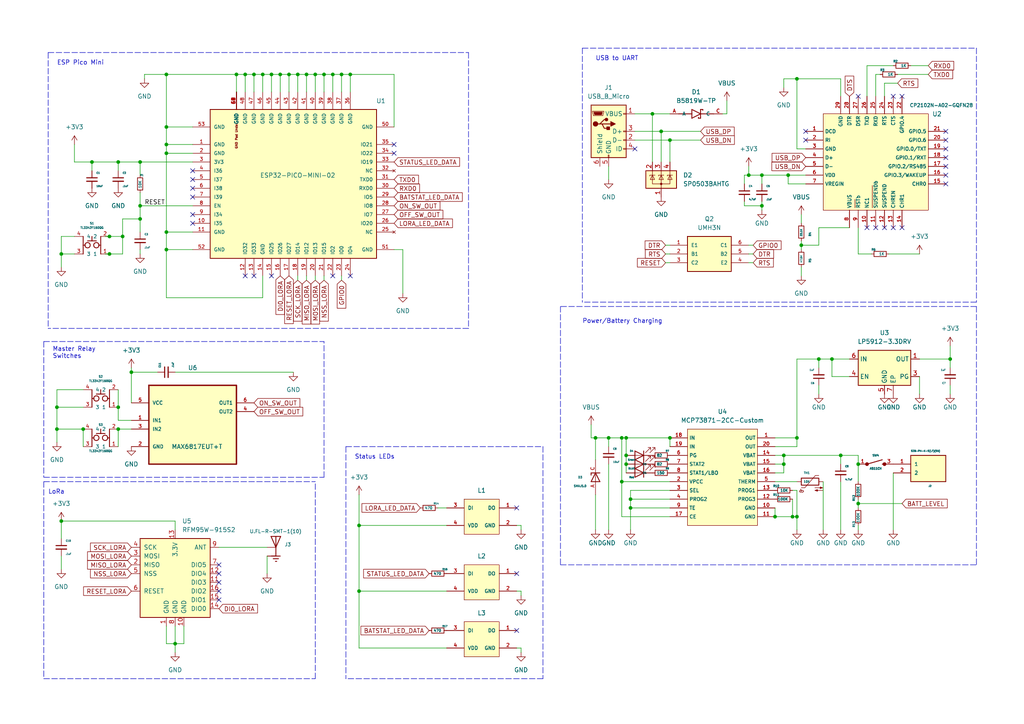
<source format=kicad_sch>
(kicad_sch (version 20211123) (generator eeschema)
  (paper "A4")
  (title_block (title "Kill Switch - Remote") (date "2023-01-18") (rev "1.0") (company "Created by: Greg Hulette") (comment 1 "- LoRa to WiFi Bridge") (comment 2 "- Buttons for Master Relay") (comment 3 "- Creates WiFi Network"))
  (junction (at 220.98 59.69))
  (junction (at 76.2 21.59))
  (junction (at 248.92 146.05))
  (junction (at 88.9 21.59))
  (junction (at 48.26 21.59))
  (junction (at 248.92 134.62))
  (junction (at 180.34 127))
  (junction (at 180.34 139.7))
  (junction (at 99.06 21.59))
  (junction (at 229.87 149.86))
  (junction (at 232.41 71.12))
  (junction (at 228.6 50.8))
  (junction (at 48.26 44.45))
  (junction (at 24.13 124.46))
  (junction (at 50.8 186.69))
  (junction (at 182.88 144.78))
  (junction (at 224.79 149.86))
  (junction (at 34.29 46.99))
  (junction (at 93.98 21.59))
  (junction (at 17.78 73.66))
  (junction (at 83.82 21.59))
  (junction (at 48.26 72.39))
  (junction (at 231.14 127))
  (junction (at 48.26 41.91))
  (junction (at 68.58 21.59))
  (junction (at 231.14 22.86))
  (junction (at 17.78 151.13))
  (junction (at 16.51 124.46))
  (junction (at 189.23 33.02))
  (junction (at 71.12 21.59))
  (junction (at 101.6 21.59))
  (junction (at 78.74 21.59))
  (junction (at 181.61 127))
  (junction (at 48.26 67.31))
  (junction (at 40.64 46.99))
  (junction (at 104.14 152.4))
  (junction (at 35.56 68.58))
  (junction (at 40.64 59.69))
  (junction (at 182.88 147.32))
  (junction (at 194.31 40.64))
  (junction (at 86.36 21.59))
  (junction (at 34.29 124.46))
  (junction (at 172.72 127))
  (junction (at 217.17 50.8))
  (junction (at 237.49 104.14))
  (junction (at 40.64 63.5))
  (junction (at 73.66 21.59))
  (junction (at 181.61 132.08))
  (junction (at 220.98 50.8))
  (junction (at 227.33 132.08))
  (junction (at 241.3 104.14))
  (junction (at 194.31 127))
  (junction (at 91.44 21.59))
  (junction (at 38.1 107.95))
  (junction (at 16.51 118.11))
  (junction (at 243.84 132.08))
  (junction (at 191.77 38.1))
  (junction (at 227.33 134.62))
  (junction (at 275.59 104.14))
  (junction (at 81.28 21.59))
  (junction (at 181.61 134.62))
  (junction (at 31.75 73.66))
  (junction (at 26.67 46.99))
  (junction (at 104.14 171.45))
  (junction (at 48.26 36.83))
  (junction (at 34.29 118.11))
  (junction (at 31.75 68.58))
  (junction (at 176.53 127))
  (junction (at 231.14 149.86))
  (junction (at 96.52 21.59))
  (no_connect (at 259.08 27.94))
  (no_connect (at 149.86 166.37))
  (no_connect (at 63.5 166.37))
  (no_connect (at 63.5 163.83))
  (no_connect (at 63.5 168.91))
  (no_connect (at 63.5 173.99))
  (no_connect (at 63.5 171.45))
  (no_connect (at 55.88 57.15))
  (no_connect (at 55.88 62.23))
  (no_connect (at 55.88 49.53))
  (no_connect (at 55.88 52.07))
  (no_connect (at 55.88 54.61))
  (no_connect (at 71.12 80.01))
  (no_connect (at 55.88 64.77))
  (no_connect (at 114.3 41.91))
  (no_connect (at 96.52 80.01))
  (no_connect (at 101.6 80.01))
  (no_connect (at 73.66 80.01))
  (no_connect (at 78.74 80.01))
  (no_connect (at 114.3 44.45))
  (no_connect (at 149.86 147.32))
  (no_connect (at 149.86 182.88))
  (no_connect (at 248.92 27.94))
  (no_connect (at 233.68 38.1))
  (no_connect (at 233.68 40.64))
  (no_connect (at 261.62 27.94))
  (no_connect (at 256.54 66.04))
  (no_connect (at 254 66.04))
  (no_connect (at 251.46 66.04))
  (no_connect (at 274.32 53.34))
  (no_connect (at 274.32 38.1))
  (no_connect (at 274.32 40.64))
  (no_connect (at 274.32 43.18))
  (no_connect (at 274.32 45.72))
  (no_connect (at 274.32 48.26))
  (no_connect (at 274.32 50.8))
  (no_connect (at 261.62 66.04))
  (no_connect (at 259.08 66.04))
  (no_connect (at 184.15 43.18))
  (polyline (pts (xy 135.89 15.24) (xy 135.89 95.25)))
  (polyline (pts (xy 100.33 129.54) (xy 157.48 129.54)))
  (wire (pts (xy 193.04 76.2) (xy 194.31 76.2)))
  (wire (pts (xy 16.51 113.03) (xy 16.51 118.11)))
  (wire (pts (xy 237.49 104.14) (xy 241.3 104.14)))
  (wire (pts (xy 40.64 46.99) (xy 34.29 46.99)))
  (wire (pts (xy 55.88 72.39) (xy 48.26 72.39)))
  (wire (pts (xy 215.9 58.42) (xy 215.9 59.69)))
  (wire (pts (xy 180.34 139.7) (xy 180.34 149.86)))
  (wire (pts (xy 104.14 187.96) (xy 129.54 187.96)))
  (wire (pts (xy 50.8 186.69) (xy 50.8 189.23)))
  (wire (pts (xy 254 27.94) (xy 254 21.59)))
  (wire (pts (xy 231.14 104.14) (xy 237.49 104.14)))
  (wire (pts (xy 256.54 27.94) (xy 256.54 24.13)))
  (wire (pts (xy 171.45 123.19) (xy 171.45 127)))
  (polyline (pts (xy 12.7 196.85) (xy 91.44 196.85)))
  (wire (pts (xy 34.29 118.11) (xy 34.29 121.92)))
  (wire (pts (xy 48.26 67.31) (xy 55.88 67.31)))
  (wire (pts (xy 71.12 21.59) (xy 71.12 26.67)))
  (polyline (pts (xy 12.7 99.06) (xy 93.98 99.06)))
  (polyline (pts (xy 168.91 13.97) (xy 283.21 13.97)))
  (wire (pts (xy 17.78 161.29) (xy 17.78 165.1)))
  (wire (pts (xy 220.98 53.34) (xy 220.98 50.8)))
  (wire (pts (xy 181.61 132.08) (xy 181.61 134.62)))
  (wire (pts (xy 93.98 21.59) (xy 96.52 21.59)))
  (wire (pts (xy 17.78 68.58) (xy 17.78 73.66)))
  (wire (pts (xy 218.44 73.66) (xy 217.17 73.66)))
  (wire (pts (xy 40.64 59.69) (xy 40.64 63.5)))
  (wire (pts (xy 232.41 77.47) (xy 232.41 80.01)))
  (wire (pts (xy 104.14 143.51) (xy 104.14 152.4)))
  (wire (pts (xy 181.61 134.62) (xy 181.61 137.16)))
  (wire (pts (xy 237.49 66.04) (xy 237.49 71.12)))
  (wire (pts (xy 209.55 33.02) (xy 210.82 33.02)))
  (wire (pts (xy 182.88 147.32) (xy 194.31 147.32)))
  (wire (pts (xy 48.26 72.39) (xy 48.26 67.31)))
  (wire (pts (xy 48.26 44.45) (xy 48.26 41.91)))
  (wire (pts (xy 86.36 21.59) (xy 86.36 26.67)))
  (wire (pts (xy 48.26 21.59) (xy 48.26 36.83)))
  (wire (pts (xy 53.34 181.61) (xy 53.34 186.69)))
  (wire (pts (xy 194.31 73.66) (xy 193.04 73.66)))
  (wire (pts (xy 194.31 127) (xy 194.31 129.54)))
  (wire (pts (xy 189.23 33.02) (xy 189.23 46.99)))
  (wire (pts (xy 16.51 118.11) (xy 24.13 118.11)))
  (polyline (pts (xy 283.21 88.9) (xy 283.21 163.83)))
  (wire (pts (xy 91.44 21.59) (xy 91.44 26.67)))
  (polyline (pts (xy 12.7 138.43) (xy 93.98 138.43)))
  (wire (pts (xy 88.9 21.59) (xy 91.44 21.59)))
  (wire (pts (xy 40.64 46.99) (xy 40.64 50.8)))
  (polyline (pts (xy 283.21 87.63) (xy 168.91 87.63)))
  (wire (pts (xy 48.26 41.91) (xy 55.88 41.91)))
  (wire (pts (xy 35.56 63.5) (xy 35.56 68.58)))
  (wire (pts (xy 224.79 139.7) (xy 231.14 139.7)))
  (wire (pts (xy 229.87 142.24) (xy 231.14 142.24)))
  (polyline (pts (xy 135.89 95.25) (xy 13.97 95.25)))
  (wire (pts (xy 228.6 50.8) (xy 220.98 50.8)))
  (wire (pts (xy 172.72 153.67) (xy 172.72 143.51)))
  (wire (pts (xy 21.59 41.91) (xy 21.59 46.99)))
  (wire (pts (xy 151.13 153.67) (xy 151.13 152.4)))
  (wire (pts (xy 215.9 59.69) (xy 220.98 59.69)))
  (wire (pts (xy 30.48 73.66) (xy 31.75 73.66)))
  (polyline (pts (xy 91.44 196.85) (xy 91.44 139.7)))
  (wire (pts (xy 275.59 114.3) (xy 275.59 111.76)))
  (polyline (pts (xy 162.56 88.9) (xy 162.56 163.83)))
  (wire (pts (xy 264.16 19.05) (xy 269.24 19.05)))
  (wire (pts (xy 220.98 58.42) (xy 220.98 59.69)))
  (wire (pts (xy 180.34 127) (xy 181.61 127)))
  (wire (pts (xy 16.51 124.46) (xy 16.51 128.27)))
  (polyline (pts (xy 12.7 139.7) (xy 91.44 139.7)))
  (wire (pts (xy 232.41 71.12) (xy 232.41 72.39)))
  (wire (pts (xy 55.88 46.99) (xy 40.64 46.99)))
  (wire (pts (xy 86.36 21.59) (xy 88.9 21.59)))
  (wire (pts (xy 26.67 46.99) (xy 21.59 46.99)))
  (wire (pts (xy 17.78 73.66) (xy 21.59 73.66)))
  (wire (pts (xy 73.66 21.59) (xy 76.2 21.59)))
  (wire (pts (xy 224.79 127) (xy 231.14 127)))
  (wire (pts (xy 151.13 171.45) (xy 149.86 171.45)))
  (polyline (pts (xy 168.91 13.97) (xy 168.91 87.63)))
  (wire (pts (xy 91.44 81.28) (xy 91.44 80.01)))
  (wire (pts (xy 83.82 21.59) (xy 86.36 21.59)))
  (wire (pts (xy 48.26 21.59) (xy 68.58 21.59)))
  (wire (pts (xy 176.53 48.26) (xy 176.53 52.07)))
  (wire (pts (xy 129.54 152.4) (xy 104.14 152.4)))
  (wire (pts (xy 71.12 21.59) (xy 73.66 21.59)))
  (wire (pts (xy 129.54 147.32) (xy 127 147.32)))
  (wire (pts (xy 181.61 127) (xy 181.61 132.08)))
  (wire (pts (xy 77.47 161.29) (xy 77.47 166.37)))
  (wire (pts (xy 40.64 72.39) (xy 40.64 73.66)))
  (wire (pts (xy 248.92 152.4) (xy 248.92 153.67)))
  (wire (pts (xy 233.68 50.8) (xy 228.6 50.8)))
  (wire (pts (xy 53.34 186.69) (xy 50.8 186.69)))
  (wire (pts (xy 246.38 109.22) (xy 241.3 109.22)))
  (wire (pts (xy 220.98 59.69) (xy 220.98 60.96)))
  (polyline (pts (xy 12.7 139.7) (xy 12.7 196.85)))
  (wire (pts (xy 17.78 151.13) (xy 17.78 156.21)))
  (wire (pts (xy 88.9 81.28) (xy 88.9 80.01)))
  (wire (pts (xy 184.15 40.64) (xy 194.31 40.64)))
  (wire (pts (xy 194.31 139.7) (xy 180.34 139.7)))
  (wire (pts (xy 38.1 107.95) (xy 38.1 116.84)))
  (wire (pts (xy 227.33 22.86) (xy 227.33 25.4)))
  (wire (pts (xy 224.79 137.16) (xy 227.33 137.16)))
  (wire (pts (xy 182.88 144.78) (xy 194.31 144.78)))
  (wire (pts (xy 40.64 55.88) (xy 40.64 59.69)))
  (wire (pts (xy 50.8 181.61) (xy 50.8 186.69)))
  (wire (pts (xy 81.28 21.59) (xy 83.82 21.59)))
  (wire (pts (xy 38.1 106.68) (xy 38.1 107.95)))
  (wire (pts (xy 237.49 106.68) (xy 237.49 104.14)))
  (wire (pts (xy 48.26 181.61) (xy 48.26 186.69)))
  (wire (pts (xy 237.49 71.12) (xy 232.41 71.12)))
  (wire (pts (xy 176.53 153.67) (xy 176.53 134.62)))
  (wire (pts (xy 248.92 132.08) (xy 248.92 134.62)))
  (wire (pts (xy 224.79 134.62) (xy 227.33 134.62)))
  (wire (pts (xy 266.7 104.14) (xy 275.59 104.14)))
  (wire (pts (xy 101.6 26.67) (xy 101.6 21.59)))
  (wire (pts (xy 76.2 80.01) (xy 76.2 86.36)))
  (wire (pts (xy 34.29 121.92) (xy 38.1 121.92)))
  (wire (pts (xy 182.88 144.78) (xy 182.88 147.32)))
  (wire (pts (xy 50.8 107.95) (xy 85.09 107.95)))
  (wire (pts (xy 194.31 40.64) (xy 194.31 46.99)))
  (wire (pts (xy 48.26 186.69) (xy 50.8 186.69)))
  (wire (pts (xy 17.78 73.66) (xy 17.78 77.47)))
  (wire (pts (xy 210.82 29.21) (xy 210.82 33.02)))
  (wire (pts (xy 76.2 26.67) (xy 76.2 21.59)))
  (wire (pts (xy 26.67 46.99) (xy 26.67 49.53)))
  (wire (pts (xy 227.33 137.16) (xy 227.33 134.62)))
  (wire (pts (xy 217.17 76.2) (xy 218.44 76.2)))
  (wire (pts (xy 248.92 134.62) (xy 248.92 139.7)))
  (wire (pts (xy 182.88 147.32) (xy 182.88 153.67)))
  (wire (pts (xy 259.08 153.67) (xy 259.08 137.16)))
  (wire (pts (xy 231.14 22.86) (xy 227.33 22.86)))
  (wire (pts (xy 16.51 118.11) (xy 16.51 124.46)))
  (wire (pts (xy 86.36 81.28) (xy 86.36 80.01)))
  (wire (pts (xy 96.52 21.59) (xy 96.52 26.67)))
  (wire (pts (xy 224.79 129.54) (xy 231.14 129.54)))
  (wire (pts (xy 229.87 149.86) (xy 231.14 149.86)))
  (wire (pts (xy 104.14 171.45) (xy 129.54 171.45)))
  (wire (pts (xy 248.92 144.78) (xy 248.92 146.05)))
  (wire (pts (xy 172.72 133.35) (xy 172.72 127)))
  (wire (pts (xy 227.33 132.08) (xy 243.84 132.08)))
  (wire (pts (xy 68.58 21.59) (xy 68.58 26.67)))
  (wire (pts (xy 151.13 187.96) (xy 149.86 187.96)))
  (wire (pts (xy 104.14 152.4) (xy 104.14 171.45)))
  (wire (pts (xy 34.29 124.46) (xy 34.29 129.54)))
  (wire (pts (xy 41.91 21.59) (xy 48.26 21.59)))
  (wire (pts (xy 241.3 104.14) (xy 246.38 104.14)))
  (wire (pts (xy 233.68 53.34) (xy 228.6 53.34)))
  (wire (pts (xy 231.14 153.67) (xy 231.14 149.86)))
  (wire (pts (xy 243.84 132.08) (xy 248.92 132.08)))
  (wire (pts (xy 48.26 86.36) (xy 48.26 72.39)))
  (wire (pts (xy 275.59 100.33) (xy 275.59 104.14)))
  (wire (pts (xy 248.92 146.05) (xy 261.62 146.05)))
  (wire (pts (xy 238.76 139.7) (xy 238.76 153.67)))
  (wire (pts (xy 34.29 46.99) (xy 34.29 49.53)))
  (polyline (pts (xy 157.48 129.54) (xy 157.48 196.85)))
  (wire (pts (xy 184.15 33.02) (xy 189.23 33.02)))
  (wire (pts (xy 99.06 21.59) (xy 101.6 21.59)))
  (wire (pts (xy 114.3 21.59) (xy 101.6 21.59)))
  (wire (pts (xy 78.74 21.59) (xy 78.74 26.67)))
  (wire (pts (xy 35.56 63.5) (xy 40.64 63.5)))
  (polyline (pts (xy 100.33 129.54) (xy 100.33 196.85)))
  (wire (pts (xy 24.13 124.46) (xy 24.13 129.54)))
  (wire (pts (xy 96.52 21.59) (xy 99.06 21.59)))
  (wire (pts (xy 116.84 72.39) (xy 116.84 85.09)))
  (wire (pts (xy 191.77 38.1) (xy 191.77 46.99)))
  (wire (pts (xy 231.14 104.14) (xy 231.14 127)))
  (wire (pts (xy 231.14 129.54) (xy 231.14 127)))
  (wire (pts (xy 151.13 152.4) (xy 149.86 152.4)))
  (polyline (pts (xy 93.98 138.43) (xy 93.98 99.06)))
  (wire (pts (xy 233.68 43.18) (xy 231.14 43.18)))
  (polyline (pts (xy 162.56 163.83) (xy 283.21 163.83)))
  (wire (pts (xy 151.13 172.72) (xy 151.13 171.45)))
  (wire (pts (xy 81.28 21.59) (xy 81.28 26.67)))
  (wire (pts (xy 248.92 73.66) (xy 252.73 73.66)))
  (wire (pts (xy 176.53 129.54) (xy 176.53 127)))
  (wire (pts (xy 35.56 68.58) (xy 35.56 73.66)))
  (wire (pts (xy 41.91 21.59) (xy 41.91 22.86)))
  (wire (pts (xy 104.14 171.45) (xy 104.14 187.96)))
  (wire (pts (xy 251.46 27.94) (xy 251.46 19.05)))
  (wire (pts (xy 88.9 21.59) (xy 88.9 26.67)))
  (wire (pts (xy 232.41 62.23) (xy 232.41 64.77)))
  (wire (pts (xy 254 21.59) (xy 255.27 21.59)))
  (wire (pts (xy 93.98 21.59) (xy 93.98 26.67)))
  (wire (pts (xy 248.92 146.05) (xy 248.92 147.32)))
  (wire (pts (xy 31.75 68.58) (xy 35.56 68.58)))
  (wire (pts (xy 50.8 153.67) (xy 50.8 151.13)))
  (wire (pts (xy 180.34 127) (xy 180.34 139.7)))
  (wire (pts (xy 248.92 66.04) (xy 248.92 73.66)))
  (wire (pts (xy 93.98 81.28) (xy 93.98 80.01)))
  (wire (pts (xy 151.13 189.23) (xy 151.13 187.96)))
  (wire (pts (xy 181.61 127) (xy 194.31 127)))
  (wire (pts (xy 50.8 151.13) (xy 17.78 151.13)))
  (wire (pts (xy 217.17 48.26) (xy 217.17 50.8)))
  (wire (pts (xy 83.82 21.59) (xy 83.82 26.67)))
  (wire (pts (xy 40.64 59.69) (xy 55.88 59.69)))
  (wire (pts (xy 229.87 149.86) (xy 224.79 149.86)))
  (wire (pts (xy 34.29 124.46) (xy 38.1 124.46)))
  (wire (pts (xy 63.5 158.75) (xy 77.47 158.75)))
  (wire (pts (xy 30.48 68.58) (xy 31.75 68.58)))
  (wire (pts (xy 176.53 127) (xy 180.34 127)))
  (wire (pts (xy 17.78 68.58) (xy 21.59 68.58)))
  (polyline (pts (xy 283.21 13.97) (xy 283.21 87.63)))
  (wire (pts (xy 243.84 27.94) (xy 243.84 22.86)))
  (wire (pts (xy 232.41 69.85) (xy 232.41 71.12)))
  (wire (pts (xy 215.9 50.8) (xy 217.17 50.8)))
  (wire (pts (xy 48.26 44.45) (xy 55.88 44.45)))
  (wire (pts (xy 16.51 124.46) (xy 24.13 124.46)))
  (polyline (pts (xy 12.7 99.06) (xy 12.7 138.43)))
  (wire (pts (xy 231.14 142.24) (xy 231.14 149.86)))
  (wire (pts (xy 91.44 21.59) (xy 93.98 21.59)))
  (wire (pts (xy 16.51 113.03) (xy 24.13 113.03)))
  (wire (pts (xy 217.17 50.8) (xy 220.98 50.8)))
  (wire (pts (xy 73.66 21.59) (xy 73.66 26.67)))
  (wire (pts (xy 114.3 36.83) (xy 114.3 21.59)))
  (wire (pts (xy 194.31 142.24) (xy 182.88 142.24)))
  (wire (pts (xy 257.81 73.66) (xy 266.7 73.66)))
  (polyline (pts (xy 283.21 88.9) (xy 162.56 88.9)))
  (wire (pts (xy 182.88 142.24) (xy 182.88 144.78)))
  (wire (pts (xy 40.64 63.5) (xy 40.64 67.31)))
  (wire (pts (xy 55.88 36.83) (xy 48.26 36.83)))
  (wire (pts (xy 189.23 33.02) (xy 194.31 33.02)))
  (wire (pts (xy 184.15 38.1) (xy 191.77 38.1)))
  (wire (pts (xy 78.74 21.59) (xy 81.28 21.59)))
  (wire (pts (xy 48.26 36.83) (xy 48.26 41.91)))
  (polyline (pts (xy 157.48 196.85) (xy 100.33 196.85)))
  (wire (pts (xy 215.9 53.34) (xy 215.9 50.8)))
  (wire (pts (xy 224.79 147.32) (xy 224.79 149.86)))
  (wire (pts (xy 194.31 149.86) (xy 180.34 149.86)))
  (wire (pts (xy 34.29 46.99) (xy 26.67 46.99)))
  (wire (pts (xy 260.35 21.59) (xy 269.24 21.59)))
  (wire (pts (xy 191.77 38.1) (xy 203.2 38.1)))
  (wire (pts (xy 48.26 67.31) (xy 48.26 44.45)))
  (wire (pts (xy 231.14 43.18) (xy 231.14 22.86)))
  (wire (pts (xy 76.2 21.59) (xy 78.74 21.59)))
  (wire (pts (xy 38.1 107.95) (xy 45.72 107.95)))
  (wire (pts (xy 229.87 144.78) (xy 229.87 149.86)))
  (wire (pts (xy 76.2 86.36) (xy 48.26 86.36)))
  (wire (pts (xy 243.84 153.67) (xy 243.84 139.7)))
  (wire (pts (xy 275.59 106.68) (xy 275.59 104.14)))
  (wire (pts (xy 256.54 24.13) (xy 260.35 24.13)))
  (wire (pts (xy 217.17 71.12) (xy 218.44 71.12)))
  (wire (pts (xy 241.3 109.22) (xy 241.3 104.14)))
  (wire (pts (xy 193.04 71.12) (xy 194.31 71.12)))
  (wire (pts (xy 171.45 127) (xy 172.72 127)))
  (polyline (pts (xy 13.97 15.24) (xy 135.89 15.24)))
  (wire (pts (xy 228.6 53.34) (xy 228.6 50.8)))
  (wire (pts (xy 237.49 66.04) (xy 246.38 66.04)))
  (wire (pts (xy 172.72 127) (xy 176.53 127)))
  (wire (pts (xy 237.49 111.76) (xy 237.49 114.3)))
  (wire (pts (xy 31.75 73.66) (xy 35.56 73.66)))
  (wire (pts (xy 227.33 134.62) (xy 227.33 132.08)))
  (wire (pts (xy 243.84 134.62) (xy 243.84 132.08)))
  (wire (pts (xy 251.46 19.05) (xy 259.08 19.05)))
  (wire (pts (xy 68.58 21.59) (xy 71.12 21.59)))
  (wire (pts (xy 243.84 22.86) (xy 231.14 22.86)))
  (wire (pts (xy 194.31 40.64) (xy 203.2 40.64)))
  (wire (pts (xy 224.79 132.08) (xy 227.33 132.08)))
  (wire (pts (xy 266.7 114.3) (xy 266.7 109.22)))
  (wire (pts (xy 99.06 80.01) (xy 99.06 81.28)))
  (wire (pts (xy 99.06 21.59) (xy 99.06 26.67)))
  (wire (pts (xy 34.29 113.03) (xy 34.29 118.11)))
  (wire (pts (xy 114.3 72.39) (xy 116.84 72.39)))
  (polyline (pts (xy 13.97 15.24) (xy 13.97 95.25)))
  (text "Power/Battery Charging" (at 168.91 93.98 0) (effects (font (size 1.27 1.27)) (justify left bottom)))
  (text "ESP Pico Mini" (at 16.51 19.05 0) (effects (font (size 1.27 1.27)) (justify left bottom)))
  (text "Master Relay \nSwitches" (at 15.24 104.14 0) (effects (font (size 1.27 1.27)) (justify left bottom)))
  (text "LoRa" (at 13.97 143.51 0) (effects (font (size 1.27 1.27)) (justify left bottom)))
  (text "Status LEDs" (at 102.87 133.35 0) (effects (font (size 1.27 1.27)) (justify left bottom)))
  (text "USB to UART" (at 172.72 17.78 0) (effects (font (size 1.27 1.27)) (justify left bottom)))
  (label "RESET" (at 41.91 59.69 0))
  (global_label "SCK_LORA" (shape input) (at 38.1 158.75 180) (property "Intersheet References" "${INTERSHEET_REFS}" (effects hide)))
  (global_label "TXD0" (shape input) (at 114.3 52.07 0) (property "Intersheet References" "${INTERSHEET_REFS}" (effects hide)))
  (global_label "TXD0" (shape input) (at 269.24 21.59 0) (property "Intersheet References" "${INTERSHEET_REFS}" (effects hide)))
  (global_label "DI0_LORA" (shape input) (at 81.28 80.01 270) (property "Intersheet References" "${INTERSHEET_REFS}" (effects hide)))
  (global_label "GPIO0" (shape input) (at 218.44 71.12 0) (property "Intersheet References" "${INTERSHEET_REFS}" (effects hide)))
  (global_label "MOSI_LORA" (shape input) (at 38.1 161.29 180) (property "Intersheet References" "${INTERSHEET_REFS}" (effects hide)))
  (global_label "NSS_LORA" (shape input) (at 38.1 166.37 180) (property "Intersheet References" "${INTERSHEET_REFS}" (effects hide)))
  (global_label "OFF_SW_OUT" (shape input) (at 114.3 62.23 0) (property "Intersheet References" "${INTERSHEET_REFS}" (effects hide)))
  (global_label "LORA_LED_DATA" (shape input) (at 114.3 64.77 0) (property "Intersheet References" "${INTERSHEET_REFS}" (effects hide)))
  (global_label "MISO_LORA" (shape input) (at 38.1 163.83 180) (property "Intersheet References" "${INTERSHEET_REFS}" (effects hide)))
  (global_label "RTS" (shape input) (at 218.44 76.2 0) (property "Intersheet References" "${INTERSHEET_REFS}" (effects hide)))
  (global_label "DTR" (shape input) (at 193.04 71.12 180) (property "Intersheet References" "${INTERSHEET_REFS}" (effects hide)))
  (global_label "GPIO0" (shape input) (at 99.06 81.28 270) (property "Intersheet References" "${INTERSHEET_REFS}" (effects hide)))
  (global_label "USB_DP" (shape input) (at 203.2 38.1 0) (property "Intersheet References" "${INTERSHEET_REFS}" (effects hide)))
  (global_label "OFF_SW_OUT" (shape input) (at 73.66 119.38 0) (property "Intersheet References" "${INTERSHEET_REFS}" (effects hide)))
  (global_label "USB_DN" (shape input) (at 233.68 48.26 180) (property "Intersheet References" "${INTERSHEET_REFS}" (effects hide)))
  (global_label "RESET_LORA" (shape input) (at 38.1 171.45 180) (property "Intersheet References" "${INTERSHEET_REFS}" (effects hide)))
  (global_label "USB_DN" (shape input) (at 203.2 40.64 0) (property "Intersheet References" "${INTERSHEET_REFS}" (effects hide)))
  (global_label "STATUS_LED_DATA" (shape input) (at 124.46 166.37 180) (property "Intersheet References" "${INTERSHEET_REFS}" (effects hide)))
  (global_label "MISO_LORA" (shape input) (at 88.9 81.28 270) (property "Intersheet References" "${INTERSHEET_REFS}" (effects hide)))
  (global_label "LORA_LED_DATA" (shape input) (at 121.92 147.32 180) (property "Intersheet References" "${INTERSHEET_REFS}" (effects hide)))
  (global_label "RTS" (shape input) (at 193.04 73.66 180) (property "Intersheet References" "${INTERSHEET_REFS}" (effects hide)))
  (global_label "RXD0" (shape input) (at 114.3 54.61 0) (property "Intersheet References" "${INTERSHEET_REFS}" (effects hide)))
  (global_label "DTR" (shape input) (at 218.44 73.66 0) (property "Intersheet References" "${INTERSHEET_REFS}" (effects hide)))
  (global_label "RESET_LORA" (shape input) (at 83.82 80.01 270) (property "Intersheet References" "${INTERSHEET_REFS}" (effects hide)))
  (global_label "STATUS_LED_DATA" (shape input) (at 114.3 46.99 0) (property "Intersheet References" "${INTERSHEET_REFS}" (effects hide)))
  (global_label "ON_SW_OUT" (shape input) (at 73.66 116.84 0) (property "Intersheet References" "${INTERSHEET_REFS}" (effects hide)))
  (global_label "BATSTAT_LED_DATA" (shape input) (at 124.46 182.88 180) (property "Intersheet References" "${INTERSHEET_REFS}" (effects hide)))
  (global_label "ON_SW_OUT" (shape input) (at 114.3 59.69 0) (property "Intersheet References" "${INTERSHEET_REFS}" (effects hide)))
  (global_label "RESET" (shape input) (at 193.04 76.2 180) (property "Intersheet References" "${INTERSHEET_REFS}" (effects hide)))
  (global_label "RXD0" (shape input) (at 269.24 19.05 0) (property "Intersheet References" "${INTERSHEET_REFS}" (effects hide)))
  (global_label "BATT_LEVEL" (shape input) (at 261.62 146.05 0) (property "Intersheet References" "${INTERSHEET_REFS}" (effects hide)))
  (global_label "RTS" (shape input) (at 260.35 24.13 0) (property "Intersheet References" "${INTERSHEET_REFS}" (effects hide)))
  (global_label "SCK_LORA" (shape input) (at 86.36 81.28 270) (property "Intersheet References" "${INTERSHEET_REFS}" (effects hide)))
  (global_label "BATSTAT_LED_DATA" (shape input) (at 114.3 57.15 0) (property "Intersheet References" "${INTERSHEET_REFS}" (effects hide)))
  (global_label "DTS" (shape input) (at 246.38 27.94 90) (property "Intersheet References" "${INTERSHEET_REFS}" (effects hide)))
  (global_label "USB_DP" (shape input) (at 233.68 45.72 180) (property "Intersheet References" "${INTERSHEET_REFS}" (effects hide)))
  (global_label "NSS_LORA" (shape input) (at 93.98 81.28 270) (property "Intersheet References" "${INTERSHEET_REFS}" (effects hide)))
  (global_label "MOSI_LORA" (shape input) (at 91.44 81.28 270) (property "Intersheet References" "${INTERSHEET_REFS}" (effects hide)))
  (global_label "DI0_LORA" (shape input) (at 63.5 176.53 0) (property "Intersheet References" "${INTERSHEET_REFS}" (effects hide)))
  (symbol (lib_id "power:GND") (at 41.91 22.86 0) (unit 1)
    (property "Reference" "#PWR0136" (effects hide))
    (property "Value" "GND" (at 41.91 27.94 0))
  )
  (symbol (lib_id "power:GND") (at 227.33 25.4 0) (unit 1)
    (property "Reference" "#PWR0108" (effects hide))
    (property "Value" "GND" (at 227.33 30.48 0))
  )
  (symbol (lib_id "LED:WS2812B-2020") (at 139.7 149.86 0) (unit 1)
    (property "Reference" "L1" (at 139.7 142.24 0))
    (property "Value" "WS2812B" (effects hide))
    (property "Footprint" "LED_SMD:LED_WS2812B_PLCC4_5.0x5.0mm_P3.2mm" (effects hide))
    (property "Datasheet" "http://cdn.sparkfun.com/datasheets/BreakoutBoards/WS2812B.pdf" (effects hide))
    (property "Manufacturers Name" "SparkFun Electronics" (effects hide))
    (property "Manufacturers Part Number" "COM-16347" (effects hide))
    (property "Digikey Part Number" "1568-COM-16347CT-ND" (effects hide))
    (property "Mouser Part Number" "485-4684" (effects hide))
    (property "LCSC" "C114586" (effects hide))
  )
  (symbol (lib_id "Device:C_Small") (at 40.64 69.85 0) (unit 1)
    (property "Reference" "C3" (at 41.91 67.9513 0) (effects (font (size 0.5 0.5)) (justify left)))
    (property "Value" ".1uF" (at 41.91 71.7613 0) (effects (font (size 0.5 0.5)) (justify left)))
    (property "Footprint" "Capacitor_SMD:C_0603_1608Metric" (effects hide))
    (property "Datasheet" "https://www.we-online.com/katalog/datasheet/885012206020.pdf" (effects hide))
    (property "Manufacturers Name" "Würth Elektronik" (effects hide))
    (property "Manufacturers Part Number" "885012206020" (effects hide))
    (property "Digikey Part Number" "732-7939-1-ND" (effects hide))
    (property "Mouser Part Number" "710-885012206020 " (effects hide))
    (property "LCSC" "-----" (effects hide))
  )
  (symbol (lib_id "power:GND") (at 238.76 153.67 0) (unit 1)
    (property "Reference" "#PWR0117" (effects hide))
    (property "Value" "GND" (at 238.76 157.48 0))
  )
  (symbol (lib_id "Device:C_Small") (at 176.53 132.08 0) (unit 1)
    (property "Reference" "C8" (at 177.8 130.1813 0) (effects (font (size 0.5 0.5)) (justify left)))
    (property "Value" "10uF" (at 177.8 133.9913 0) (effects (font (size 0.5 0.5)) (justify left)))
    (property "Footprint" "Capacitor_SMD:C_0805_2012Metric" (effects hide))
    (property "Datasheet" "https://www.we-online.com/katalog/datasheet/885012107014.pdf" (effects hide))
    (property "Manufacturers Name" "Würth Elektronik" (effects hide))
    (property "Manufacturers Part Number" "885012107014" (effects hide))
    (property "Digikey Part Number" "732-7624-1-ND" (effects hide))
    (property "Mouser Part Number" "710-885012107014" (effects hide))
    (property "LCSC" "-----" (effects hide))
  )
  (symbol (lib_id "Custom:S2B-PH-K-S(LF)(SN)") (at 269.24 134.62 0) (unit 1)
    (property "Reference" "J2" (at 269.24 140.9699 0) (effects (font (size 0.5 0.5)) (justify left)))
    (property "Value" "S2B-PH-K-S(LF)(SN)" (at 264.16 130.8099 0) (effects (font (size 0.5 0.5)) (justify left)))
    (property "Footprint" "Custom:JST_S2B-PH-K-S(LF)(SN)" (effects hide))
    (property "Datasheet" "https://www.jst-mfg.com/product/pdf/eng/ePH.pdf" (effects hide))
    (property "MAXIMUM_PACKAGE_HEIGHT" "4.8mm" (effects hide))
    (property "PACKAGE" "None" (effects hide))
    (property "AVAILABILITY" "Unavailable" (effects hide))
    (property "DESCRIPTION" "Connector Header Through Hole, Right Angle 2 position" (effects hide))
    (property "MP" "S2B-PH-K-S_LF__SN_" (effects hide))
    (property "MF" "JST Sales" (effects hide))
    (property "PRICE" "None" (effects hide))
    (property "Manufacturers Name" "JST Sales America Inc." (effects hide))
    (property "Manufacturers Part Number" "S2B-PH-K-S(LF)(SN)" (effects hide))
    (property "Digikey Part Number" "455-1719-ND" (effects hide))
    (property "Mouser Part Number" "-----" (effects hide))
    (property "LCSC" "C173752" (effects hide))
  )
  (symbol (lib_id "Device:R_Small") (at 191.77 137.16 270) (unit 1)
    (property "Reference" "R9" (at 193.0401 135.89 90) (effects (font (size 0.5 0.5)) (justify left)))
    (property "Value" "150" (at 190.5001 137.16 90) (effects (font (size 0.75 0.75)) (justify left)))
    (property "Footprint" "Resistor_SMD:R_0402_1005Metric" (effects hide))
    (property "Datasheet" "https://industrial.panasonic.com/cdbs/www-data/pdf/RDO0000/AOA0000C331.pdf" (effects hide))
    (property "Manufacturers Name" "Panasonic Electronic Components" (effects hide))
    (property "Manufacturers Part Number" "ERJ-PA2F1500X" (effects hide))
    (property "Digikey Part Number" "2019-SG73P1EWTTP101JCT-ND" (effects hide))
    (property "Mouser Part Number" "667-ERJ-PA2F1500X " (effects hide))
    (property "LCSC" "-------" (effects hide))
  )
  (symbol (lib_id "power:GND") (at 220.98 60.96 0) (unit 1)
    (property "Reference" "#PWR0105" (effects hide))
    (property "Value" "GND" (at 220.98 64.77 0))
  )
  (symbol (lib_id "Device:C_Small") (at 220.98 55.88 0) (unit 1)
    (property "Reference" "C5" (at 222.25 53.9813 0) (effects (font (size 0.5 0.5)) (justify left)))
    (property "Value" ".1uF" (at 222.25 57.7913 0) (effects (font (size 0.5 0.5)) (justify left)))
    (property "Footprint" "Capacitor_SMD:C_0603_1608Metric" (effects hide))
    (property "Datasheet" "https://www.we-online.com/katalog/datasheet/885012206020.pdf" (effects hide))
    (property "Manufacturers Name" "Würth Elektronik" (effects hide))
    (property "Manufacturers Part Number" "885012206020" (effects hide))
    (property "Digikey Part Number" "732-7939-1-ND" (effects hide))
    (property "Mouser Part Number" "710-885012206020 " (effects hide))
    (property "LCSC" "-----" (effects hide))
  )
  (symbol (lib_id "Device:R_Small") (at 127 182.88 270) (unit 1)
    (property "Reference" "R17" (at 128.2701 181.61 90) (effects (font (size 0.5 0.5)) (justify left)))
    (property "Value" "470" (at 125.7301 182.88 90) (effects (font (size 0.75 0.75)) (justify left)))
    (property "Footprint" "Resistor_SMD:R_0402_1005Metric" (effects hide))
    (property "Datasheet" "https://www.yageo.com/upload/media/product/productsearch/datasheet/rchip/PYu-RC_Group_51_RoHS_L_12.pdf" (effects hide))
    (property "Manufacturers Name" "YAGEO" (effects hide))
    (property "Manufacturers Part Number" "RC0402JR-13220RL" (effects hide))
    (property "Digikey Part Number" "13-RC0402JR-13220RLCT-ND" (effects hide))
    (property "Mouser Part Number" "603-RC0402JR-13220RL " (effects hide))
    (property "LCSC" "C3931306" (effects hide))
  )
  (symbol (lib_id "Regulator_Linear:LP5912-3.3DRV") (at 256.54 106.68 0) (unit 1)
    (property "Reference" "U3" (at 256.54 96.52 0))
    (property "Value" "LP5912-3.3DRV" (at 256.54 99.06 0))
    (property "Footprint" "Package_SON:WSON-6-1EP_2x2mm_P0.65mm_EP1x1.6mm_ThermalVias" (effects hide))
    (property "Datasheet" "http://www.ti.com/lit/ds/symlink/lp5912.pdf" (effects hide))
    (property "Manufacturers Name" "Texas Instruments" (effects hide))
    (property "Manufacturers Part Number" "LP5912Q3.3DRVTQ1" (effects hide))
    (property "Digikey Part Number" "296-48933-1-ND" (effects hide))
    (property "LCSC" "C2876187" (effects hide))
    (property "Mouser Part Number" "595-LP5912Q3.3DRVTQ1" (effects hide))
  )
  (symbol (lib_id "Device:R_Small") (at 127 166.37 270) (unit 1)
    (property "Reference" "R16" (at 128.2701 165.1 90) (effects (font (size 0.5 0.5)) (justify left)))
    (property "Value" "470" (at 125.7301 166.37 90) (effects (font (size 0.75 0.75)) (justify left)))
    (property "Footprint" "Resistor_SMD:R_0402_1005Metric" (effects hide))
    (property "Datasheet" "https://www.yageo.com/upload/media/product/productsearch/datasheet/rchip/PYu-RC_Group_51_RoHS_L_12.pdf" (effects hide))
    (property "Manufacturers Name" "YAGEO" (effects hide))
    (property "Manufacturers Part Number" "RC0402JR-13220RL" (effects hide))
    (property "Digikey Part Number" "13-RC0402JR-13220RLCT-ND" (effects hide))
    (property "Mouser Part Number" "603-RC0402JR-13220RL " (effects hide))
    (property "LCSC" "C3931306" (effects hide))
  )
  (symbol (lib_id "power:+3.3V") (at 104.14 143.51 0) (unit 1)
    (property "Reference" "#PWR0130" (effects hide))
    (property "Value" "+3.3V" (at 104.14 138.43 0))
  )
  (symbol (lib_id "power:GND") (at 256.54 114.3 0) (unit 1)
    (property "Reference" "#PWR0121" (effects hide))
    (property "Value" "GND" (at 256.54 118.11 0))
  )
  (symbol (lib_id "Device:LED") (at 185.42 132.08 180) (unit 1)
    (property "Reference" "D4" (at 183.1975 130.81 0) (effects (font (size 0.5 0.5))))
    (property "Value" "Green" (at 183.1975 133.35 0) (effects (font (size 0.5 0.5))))
    (property "Footprint" "LED_SMD:LED_0805_2012Metric_Pad1.15x1.40mm_HandSolder" (effects hide))
    (property "Datasheet" "https://media.digikey.com/pdf/Data%20Sheets/Lite-On%20PDFs/LTST-C171GKT.pdf" (effects hide))
    (property "Manufacturers Name" "Lite-On Inc." (effects hide))
    (property "Manufacturers Part Number" "LTST-C171GKT" (effects hide))
    (property "Digikey Part Number" "160-1423-1-ND" (effects hide))
    (property "Mouser Part Number" "859-LTST-C171GKT" (effects hide))
    (property "LCSC" "C913075" (effects hide))
  )
  (symbol (lib_id "power:VBUS") (at 171.45 123.19 0) (unit 1)
    (property "Reference" "#PWR0113" (effects hide))
    (property "Value" "VBUS" (at 171.45 118.11 0))
  )
  (symbol (lib_id "Device:R_Small") (at 191.77 132.08 270) (unit 1)
    (property "Reference" "R7" (at 193.0401 130.81 90) (effects (font (size 0.5 0.5)) (justify left)))
    (property "Value" "82" (at 190.5001 132.08 90) (effects (font (size 0.75 0.75)) (justify left)))
    (property "Footprint" "Resistor_SMD:R_0402_1005Metric" (effects hide))
    (property "Datasheet" "https://www.koaspeer.com/pdfs/SG73P.pdf" (effects hide))
    (property "Manufacturers Name" "KOA Speer Electronics, Inc." (effects hide))
    (property "Manufacturers Part Number" "SG73P1EWTTP820J" (effects hide))
    (property "Digikey Part Number" "2019-SG73P1EWTTP820JCT-ND" (effects hide))
    (property "Mouser Part Number" "660-SG73P1EWTTP820J " (effects hide))
    (property "LCSC" "C4003417" (effects hide))
  )
  (symbol (lib_id "power:GND") (at 38.1 129.54 0) (unit 1)
    (property "Reference" "#PWR0143" (effects hide))
    (property "Value" "GND" (at 38.1 134.62 0))
  )
  (symbol (lib_id "power:GND") (at 151.13 172.72 0) (unit 1)
    (property "Reference" "#PWR0128" (effects hide))
    (property "Value" "GND" (at 151.13 177.8 0))
  )
  (symbol (lib_id "power:GND") (at 191.77 57.15 0) (unit 1)
    (property "Reference" "#PWR0103" (effects hide))
    (property "Value" "GND" (at 191.77 62.23 0))
  )
  (symbol (lib_id "power:GND") (at 182.88 153.67 0) (unit 1)
    (property "Reference" "#PWR0110" (effects hide))
    (property "Value" "GND" (at 182.88 157.48 0))
  )
  (symbol (lib_id "Custom:MCP73871-2CC-Custom") (at 209.55 139.7 0) (unit 1)
    (property "Reference" "U4" (at 209.55 119.38 0))
    (property "Value" "MCP73871-2CC-Custom" (at 209.55 121.92 0))
    (property "Footprint" "Package_DFN_QFN:QFN-20-1EP_4x4mm_P0.5mm_EP2.7x2.7mm_ThermalVias" (effects hide))
    (property "Datasheet" "https://ww1.microchip.com/downloads/en/DeviceDoc/MCP73871-Data-Sheet-20002090E.pdf" (effects hide))
    (property "Manufacturers Name" "Microchip Technology" (effects hide))
    (property "Manufacturers Part Number" "MCP73871-2CCI/ML" (effects hide))
    (property "Digikey Part Number" "MCP73871-2CCI/ML-ND" (effects hide))
    (property "Mouser Part Number" "579-MCP73871-2CCI/ML " (effects hide))
    (property "LCSC" "C5121473" (effects hide))
  )
  (symbol (lib_id "Custom:CP2102N-A02-GQFN28") (at 254 45.72 0) (unit 1)
    (property "Reference" "U2" (at 271.78 33.0706 0))
    (property "Value" "CP2102N-A02-GQFN28" (at 273.05 30.5307 0) (effects (font (size 1.016 1.016))))
    (property "Footprint" "Package_DFN_QFN:QFN-28-1EP_5x5mm_P0.5mm_EP3.35x3.35mm" (effects hide))
    (property "Manufacturers Name" "Silicon Labs" (effects hide))
    (property "Manufacturers Part Number" "CP2102N-A02-GQFN28" (effects hide))
    (property "Digikey Part Number" "336-5889-ND" (effects hide))
    (property "Mouser Part Number" "634-CP2102NA02GQFN28 " (effects hide))
    (property "LCSC" "C1550553" (effects hide))
  )
  (symbol (lib_id "Device:R_Small") (at 232.41 74.93 0) (unit 1)
    (property "Reference" "R5" (at 234.95 76.1999 90) (effects (font (size 0.6 0.6)) (justify left)))
    (property "Value" "47.5K" (at 232.41 76.1999 90) (effects (font (size 0.5 0.5)) (justify left)))
    (property "Footprint" "Resistor_SMD:R_0402_1005Metric" (effects hide))
    (property "Datasheet" "https://www.yageo.com/upload/media/product/productsearch/datasheet/rchip/PYu-RC_Group_51_RoHS_L_12.pdf" (effects hide))
    (property "Manufacturers Name" "YAGEO" (effects hide))
    (property "Manufacturers Part Number" "RC0402FR-0747K5L" (effects hide))
    (property "Digikey Part Number" "311-47.5KLRCT-ND" (effects hide))
    (property "Mouser Part Number" "603-RC0402FR-0747K5L " (effects hide))
    (property "LCSC" "C137974" (effects hide))
  )
  (symbol (lib_id "power:+3.3V") (at 38.1 106.68 0) (unit 1)
    (property "Reference" "#PWR0132" (effects hide))
    (property "Value" "+3.3V" (at 38.1 101.6 0))
  )
  (symbol (lib_id "power:GND") (at 50.8 189.23 0) (unit 1)
    (property "Reference" "#PWR0141" (effects hide))
    (property "Value" "GND" (at 50.8 194.31 0))
  )
  (symbol (lib_id "Power_Protection:SP0503BAHT") (at 191.77 52.07 0) (unit 1)
    (property "Reference" "D2" (at 198.12 50.7999 0) (effects (justify left)))
    (property "Value" "SP0503BAHTG" (at 198.12 53.3399 0) (effects (justify left)))
    (property "Footprint" "Package_TO_SOT_SMD:SOT-143" (effects hide))
    (property "Datasheet" "http://www.littelfuse.com/~/media/files/littelfuse/technical%20resources/documents/data%20sheets/sp05xxba.pdf" (effects hide))
    (property "Manufacturers Name" "Littelfuse Inc." (effects hide))
    (property "Manufacturers Part Number" "SP0503BAHTG" (effects hide))
    (property "Digikey Part Number" "F2715CT-ND" (effects hide))
    (property "Mouser Part Number" "576-SP0503BAHTG " (effects hide))
    (property "LCSC" "C7074" (effects hide))
  )
  (symbol (lib_id "power:GND") (at 231.14 153.67 0) (unit 1)
    (property "Reference" "#PWR0118" (effects hide))
    (property "Value" "GND" (at 231.14 157.48 0))
  )
  (symbol (lib_id "Device:R_Small") (at 227.33 144.78 90) (unit 1)
    (property "Reference" "R11" (at 226.0599 143.51 90) (effects (font (size 0.6 0.6)) (justify left)))
    (property "Value" "100K" (at 228.5999 144.78 90) (effects (font (size 0.75 0.75)) (justify left)))
    (property "Footprint" "Resistor_SMD:R_0402_1005Metric" (effects hide))
    (property "Datasheet" "https://www.yageo.com/upload/media/product/productsearch/datasheet/rchip/PYu-RT_1-to-0.01_RoHS_L_13.pdf" (effects hide))
    (property "Manufacturers Name" "YAGEO" (effects hide))
    (property "Manufacturers Part Number" "RT0402BRE07100KL" (effects hide))
    (property "Digikey Part Number" "YAG2304CT-ND" (effects hide))
    (property "Mouser Part Number" "603-RT0402BRE07100KL " (effects hide))
    (property "LCSC" "C136979" (effects hide))
  )
  (symbol (lib_id "power:GND") (at 232.41 80.01 0) (unit 1)
    (property "Reference" "#PWR0104" (effects hide))
    (property "Value" "GND" (at 232.41 85.09 0))
  )
  (symbol (lib_id "power:GND") (at 266.7 114.3 0) (unit 1)
    (property "Reference" "#PWR0142" (effects hide))
    (property "Value" "GND" (at 266.7 118.11 0))
  )
  (symbol (lib_id "power:GND") (at 259.08 114.3 0) (unit 1)
    (property "Reference" "#PWR0120" (effects hide))
    (property "Value" "GND" (at 259.08 118.11 0))
  )
  (symbol (lib_id "power:GND") (at 40.64 73.66 0) (unit 1)
    (property "Reference" "#PWR0138" (effects hide))
    (property "Value" "GND" (at 40.64 78.74 0))
  )
  (symbol (lib_id "power:+3.3V") (at 17.78 151.13 0) (unit 1)
    (property "Reference" "#PWR0123" (effects hide))
    (property "Value" "+3.3V" (at 17.78 146.05 0))
  )
  (symbol (lib_id "Device:C_Small") (at 26.67 52.07 0) (unit 1)
    (property "Reference" "C1" (at 27.94 50.1713 0) (effects (font (size 0.5 0.5)) (justify left)))
    (property "Value" "10uF" (at 27.94 53.9813 0) (effects (font (size 0.5 0.5)) (justify left)))
    (property "Footprint" "Capacitor_SMD:C_0805_2012Metric" (effects hide))
    (property "Datasheet" "https://www.we-online.com/katalog/datasheet/885012107014.pdf" (effects hide))
    (property "Manufacturers Name" "Würth Elektronik" (effects hide))
    (property "Manufacturers Part Number" "885012107014" (effects hide))
    (property "Digikey Part Number" "732-7624-1-ND" (effects hide))
    (property "Mouser Part Number" "710-885012107014" (effects hide))
    (property "LCSC" "-----" (effects hide))
  )
  (symbol (lib_id "Custom:U.FL-R-SMT-1(10)") (at 80.01 158.75 0) (unit 1)
    (property "Reference" "J3" (at 82.55 157.9244 0) (effects (font (size 1 1)) (justify left)))
    (property "Value" "U.FL-R-SMT-1(10)" (at 72.39 154.1144 0) (effects (font (size 1 1)) (justify left)))
    (property "Footprint" "Custom:HRS_U.FL-R-SMT-1(10)" (effects hide))
    (property "AVAILABILITY" "Good" (effects hide))
    (property "DESCRIPTION" "U.FL Series 6 Ghz 50 Ohm Ultra-small SMT Coaxial Cable Receptacle" (effects hide))
    (property "MP" "U.FL-R-SMT-1_10_" (effects hide))
    (property "PRICE" "0.71 USD" (effects hide))
    (property "MANUFACTURER" "Hirose" (effects hide))
    (property "PACKAGE" "None" (effects hide))
    (property "STANDARD" "Manufacturer Recommendation" (effects hide))
    (property "Manufacturers Name" "Hirose Electric Co Ltd" (effects hide))
    (property "Manufacturers Part Number" "U.FL-R-SMT-1(10)" (effects hide))
    (property "Digikey Part Number" "H11891CT-ND" (effects hide))
    (property "Mouser Part Number" "798-U.FL-R-SMT-110 " (effects hide))
    (property "LCSC" "C88373" (effects hide))
  )
  (symbol (lib_id "power:GND") (at 259.08 153.67 0) (unit 1)
    (property "Reference" "#PWR0114" (effects hide))
    (property "Value" "GND" (at 259.08 157.48 0))
  )
  (symbol (lib_id "Device:C_Small") (at 17.78 158.75 0) (unit 1)
    (property "Reference" "C10" (at 19.05 156.8513 0) (effects (font (size 0.5 0.5)) (justify left)))
    (property "Value" ".1uF" (at 19.05 160.6613 0) (effects (font (size 0.5 0.5)) (justify left)))
    (property "Footprint" "Capacitor_SMD:C_0603_1608Metric" (effects hide))
    (property "Datasheet" "https://www.we-online.com/katalog/datasheet/885012206020.pdf" (effects hide))
    (property "Manufacturers Name" "Würth Elektronik" (effects hide))
    (property "Manufacturers Part Number" "885012206020" (effects hide))
    (property "Digikey Part Number" "732-7939-1-ND" (effects hide))
    (property "Mouser Part Number" "710-885012206020 " (effects hide))
    (property "LCSC" "-----" (effects hide))
  )
  (symbol (lib_id "power:GND") (at 237.49 114.3 0) (unit 1)
    (property "Reference" "#PWR0116" (effects hide))
    (property "Value" "GND" (at 237.49 118.11 0))
  )
  (symbol (lib_id "Device:C_Small") (at 275.59 109.22 180) (unit 1)
    (property "Reference" "C7" (at 274.32 111.1187 0) (effects (font (size 0.5 0.5)) (justify left)))
    (property "Value" "1uF" (at 274.32 107.3087 0) (effects (font (size 0.5 0.5)) (justify left)))
    (property "Footprint" "Capacitor_SMD:C_0603_1608Metric" (effects hide))
    (property "Datasheet" "https://www.we-online.com/katalog/datasheet/885012206052.pdf" (effects hide))
    (property "Manufacturers Name" "Würth Elektronik" (effects hide))
    (property "Manufacturers Part Number" "885012206052" (effects hide))
    (property "Digikey Part Number" "732-7971-1-ND" (effects hide))
    (property "Mouser Part Number" "710-885012206052 " (effects hide))
    (property "LCSC" "C2170528" (effects hide))
  )
  (symbol (lib_id "Device:R_Small") (at 257.81 21.59 90) (unit 1)
    (property "Reference" "R3" (at 256.5399 20.32 90) (effects (font (size 0.6 0.6)) (justify left)))
    (property "Value" "1K" (at 259.0799 21.59 90) (effects (font (size 0.75 0.75)) (justify left)))
    (property "Footprint" "Resistor_SMD:R_0402_1005Metric" (effects hide))
    (property "Datasheet" "https://www.yageo.com/upload/media/product/productsearch/datasheet/rchip/PYu-RC_Group_51_RoHS_L_12.pdf" (effects hide))
    (property "Manufacturers Name" "YAGEO" (effects hide))
    (property "Manufacturers Part Number" "RC0402JR-071KL" (effects hide))
    (property "Digikey Part Number" "311-1.0KJRCT-ND" (effects hide))
    (property "Mouser Part Number" "603-RC0402JR-071KL " (effects hide))
    (property "LCSC" "C105637" (effects hide))
  )
  (symbol (lib_id "Custom:TL3342F160QG") (at 29.21 115.57 0) (unit 1)
    (property "Reference" "S2" (at 29.21 109.22 0) (effects (font (size 0.6 0.6))))
    (property "Value" "TL3342F160QG" (at 29.21 110.49 0) (effects (font (size 0.6 0.6))))
    (property "Footprint" "Custom:SW_TL3305BF260QG" (effects hide))
    (property "Datasheet" "https://sten-eswitch-13110800-production.s3.amazonaws.com/system/asset/product_line/data_sheet/165/TL3342.pdf" (effects hide))
    (property "MANUFACTURER" "E SWITCH" (effects hide))
    (property "Manufacturers Name" "E-Switch" (effects hide))
    (property "Manufacturers Part Number" "TL3305CF260QG" (effects hide))
    (property "Digikey Part Number" "EG5355CT-ND" (effects hide))
    (property "Mouser Part Number" "612-TL3305CF260QG" (effects hide))
    (property "LCSC" "C2886904" (effects hide))
  )
  (symbol (lib_id "power:GND") (at 275.59 114.3 0) (unit 1)
    (property "Reference" "#PWR0112" (effects hide))
    (property "Value" "GND" (at 275.59 118.11 0))
  )
  (symbol (lib_id "Device:LED") (at 185.42 134.62 180) (unit 1)
    (property "Reference" "D5" (at 187.0075 134.62 0) (effects (font (size 0.5 0.5))))
    (property "Value" "BLUE" (at 183.1975 135.89 0) (effects (font (size 0.5 0.5))))
    (property "Footprint" "LED_SMD:LED_0805_2012Metric_Pad1.15x1.40mm_HandSolder" (effects hide))
    (property "Datasheet" "https://optoelectronics.liteon.com/upload/download/DS-22-99-0226/LTST-C170TBKT.pdf" (effects hide))
    (property "Manufacturers Name" "Lite-On Inc." (effects hide))
    (property "Manufacturers Part Number" "LTST-C170TBKT" (effects hide))
    (property "Digikey Part Number" "160-1579-1-ND" (effects hide))
    (property "Mouser Part Number" "859-LTST-C170TBKT " (effects hide))
    (property "LCSC" "C98222" (effects hide))
  )
  (symbol (lib_id "Device:C_Small") (at 237.49 109.22 180) (unit 1)
    (property "Reference" "C6" (at 236.22 111.1187 0) (effects (font (size 0.5 0.5)) (justify left)))
    (property "Value" "1uF" (at 236.22 107.3087 0) (effects (font (size 0.5 0.5)) (justify left)))
    (property "Footprint" "Capacitor_SMD:C_0603_1608Metric" (effects hide))
    (property "Datasheet" "https://www.we-online.com/katalog/datasheet/885012206052.pdf" (effects hide))
    (property "Manufacturers Name" "Würth Elektronik" (effects hide))
    (property "Manufacturers Part Number" "885012206052" (effects hide))
    (property "Digikey Part Number" "732-7971-1-ND" (effects hide))
    (property "Mouser Part Number" "710-885012206052 " (effects hide))
    (property "LCSC" "C2170528" (effects hide))
  )
  (symbol (lib_id "Device:R_Small") (at 255.27 73.66 90) (unit 1)
    (property "Reference" "R6" (at 253.9999 72.39 90) (effects (font (size 0.6 0.6)) (justify left)))
    (property "Value" "1K" (at 256.5399 73.66 90) (effects (font (size 0.75 0.75)) (justify left)))
    (property "Footprint" "Resistor_SMD:R_0402_1005Metric" (effects hide))
    (property "Datasheet" "https://www.yageo.com/upload/media/product/productsearch/datasheet/rchip/PYu-RC_Group_51_RoHS_L_12.pdf" (effects hide))
    (property "Manufacturers Name" "YAGEO" (effects hide))
    (property "Manufacturers Part Number" "RC0402JR-071KL" (effects hide))
    (property "Digikey Part Number" "311-1.0KJRCT-ND" (effects hide))
    (property "Mouser Part Number" "603-RC0402JR-071KL " (effects hide))
    (property "LCSC" "C105637" (effects hide))
  )
  (symbol (lib_id "power:VBUS") (at 232.41 62.23 0) (unit 1)
    (property "Reference" "#PWR0109" (effects hide))
    (property "Value" "VBUS" (at 232.41 57.15 0))
  )
  (symbol (lib_id "power:GND") (at 248.92 153.67 0) (unit 1)
    (property "Reference" "#PWR0115" (effects hide))
    (property "Value" "GND" (at 248.92 157.48 0))
  )
  (symbol (lib_id "power:GND") (at 17.78 165.1 0) (unit 1)
    (property "Reference" "#PWR0131" (effects hide))
    (property "Value" "GND" (at 17.78 170.18 0))
  )
  (symbol (lib_id "Device:R_Small") (at 248.92 149.86 180) (unit 1)
    (property "Reference" "R13" (at 247.65 151.1301 90) (effects (font (size 0.6 0.6)) (justify left)))
    (property "Value" "100K" (at 248.92 148.5901 90) (effects (font (size 0.75 0.75)) (justify left)))
    (property "Footprint" "Resistor_SMD:R_0402_1005Metric" (effects hide))
    (property "Datasheet" "https://www.yageo.com/upload/media/product/productsearch/datasheet/rchip/PYu-RT_1-to-0.01_RoHS_L_13.pdf" (effects hide))
    (property "Manufacturers Name" "YAGEO" (effects hide))
    (property "Manufacturers Part Number" "RT0402BRE07100KL" (effects hide))
    (property "Digikey Part Number" "YAG2304CT-ND" (effects hide))
    (property "Mouser Part Number" "603-RT0402BRE07100KL " (effects hide))
    (property "LCSC" "C136979" (effects hide))
  )
  (symbol (lib_id "Connector:USB_B_Micro") (at 176.53 38.1 0) (unit 1)
    (property "Reference" "J1" (at 176.53 25.4 0))
    (property "Value" "USB_B_Micro" (at 176.53 27.94 0))
    (property "Footprint" "Connector_USB:USB_Micro-B_Amphenol_10118194_Horizontal" (effects hide))
    (property "Datasheet" "https://www.amphenol-cs.com/media/wysiwyg/files/drawing/10118194.pdf" (effects hide))
    (property "Manufacturers Name" "Amphenol ICC (FCI)" (effects hide))
    (property "Manufacturers Part Number" "10118194-0001LF" (effects hide))
    (property "Digikey Part Number" "609-4618-1-ND" (effects hide))
    (property "Mouser Part Number" "649-10118194-0001LF " (effects hide))
    (property "LCSC" "C132563" (effects hide))
  )
  (symbol (lib_id "RF_Module:RFM95W-915S2") (at 50.8 166.37 0) (unit 1)
    (property "Reference" "U5" (at 52.8194 151.13 0) (effects (justify left)))
    (property "Value" "RFM95W-915S2" (at 52.8194 153.67 0) (effects (justify left)))
    (property "Footprint" "Custom:RFM95W-915S2" (effects hide))
    (property "Datasheet" "https://www.hoperf.com/data/upload/portal/20181127/5bfcbea20e9ef.pdf" (effects hide))
    (property "Manufacturers Name" "RF Solutions" (effects hide))
    (property "Manufacturers Part Number" "RFM95W-915S2" (effects hide))
    (property "Digikey Part Number" "RFM95W-915S2-ND" (effects hide))
    (property "Mouser Part Number" "223-RFM95W-915S2 " (effects hide))
    (property "LCSC" "-----" (effects hide))
  )
  (symbol (lib_id "power:GND") (at 17.78 77.47 0) (unit 1)
    (property "Reference" "#PWR0139" (effects hide))
    (property "Value" "GND" (at 17.78 82.55 0))
  )
  (symbol (lib_id "Custom:MAX6817EUT+T") (at 55.88 119.38 0) (unit 1)
    (property "Reference" "U6" (at 55.88 106.68 0))
    (property "Value" "MAX6817EUT+T" (at 57.15 129.54 0))
    (property "Footprint" "SOT95P280X145-6N" (effects hide))
    (property "Datasheet" "https://www.analog.com/media/en/technical-documentation/data-sheets/MAX6816-MAX6818.pdf" (effects hide))
    (property "PACKAGE" "SOT23-6" (effects hide))
    (property "MPN" "MAX6817EUT+T" (effects hide))
    (property "OC_NEWARK" "68K9458" (effects hide))
    (property "OC_FARNELL" "1299771" (effects hide))
    (property "SUPPLIER" "Maxim" (effects hide))
  )
  (symbol (lib_id "Custom:TL3342F160QG") (at 29.21 127 0) (unit 1)
    (property "Reference" "S3" (at 29.21 123.19 0) (effects (font (size 0.6 0.6))))
    (property "Value" "TL3342F160QG" (at 29.21 130.81 0) (effects (font (size 0.6 0.6))))
    (property "Footprint" "Custom:SW_TL3305BF260QG" (effects hide))
    (property "Datasheet" "https://sten-eswitch-13110800-production.s3.amazonaws.com/system/asset/product_line/data_sheet/165/TL3342.pdf" (effects hide))
    (property "MANUFACTURER" "E SWITCH" (effects hide))
    (property "Manufacturers Name" "E-Switch" (effects hide))
    (property "Manufacturers Part Number" "TL3305CF260QG" (effects hide))
    (property "Digikey Part Number" "EG5355CT-ND" (effects hide))
    (property "Mouser Part Number" "612-TL3305CF260QG" (effects hide))
    (property "LCSC" "C2886904" (effects hide))
  )
  (symbol (lib_id "Device:C_Small") (at 34.29 52.07 0) (unit 1)
    (property "Reference" "C2" (at 35.56 50.1713 0) (effects (font (size 0.5 0.5)) (justify left)))
    (property "Value" ".1uF" (at 35.56 53.9813 0) (effects (font (size 0.5 0.5)) (justify left)))
    (property "Footprint" "Capacitor_SMD:C_0603_1608Metric" (effects hide))
    (property "Datasheet" "https://www.we-online.com/katalog/datasheet/885012206020.pdf" (effects hide))
    (property "Manufacturers Name" "Würth Elektronik" (effects hide))
    (property "Manufacturers Part Number" "885012206020" (effects hide))
    (property "Digikey Part Number" "732-7939-1-ND" (effects hide))
    (property "Mouser Part Number" "710-885012206020 " (effects hide))
    (property "LCSC" "-----" (effects hide))
  )
  (symbol (lib_id "Device:C_Small") (at 243.84 137.16 0) (unit 1)
    (property "Reference" "C9" (at 245.11 135.2613 0) (effects (font (size 0.5 0.5)) (justify left)))
    (property "Value" "4.7uF" (at 245.11 139.0713 0) (effects (font (size 0.5 0.5)) (justify left)))
    (property "Footprint" "Capacitor_SMD:C_0603_1608Metric" (effects hide))
    (property "Datasheet" "https://www.we-online.com/katalog/datasheet/885012106005.pdf" (effects hide))
    (property "Manufacturers Name" "Würth Elektronik" (effects hide))
    (property "Manufacturers Part Number" "885012106005" (effects hide))
    (property "Digikey Part Number" "732-7902-1-ND" (effects hide))
    (property "Mouser Part Number" "710-885012106005 " (effects hide))
    (property "LCSC" "-----" (effects hide))
  )
  (symbol (lib_id "power:GND") (at 172.72 153.67 0) (unit 1)
    (property "Reference" "#PWR0124" (effects hide))
    (property "Value" "GND" (at 172.72 157.48 0))
  )
  (symbol (lib_id "Device:R_Small") (at 232.41 67.31 0) (unit 1)
    (property "Reference" "R4" (at 234.95 68.5799 90) (effects (font (size 0.6 0.6)) (justify left)))
    (property "Value" "22.1K" (at 232.41 68.5799 90) (effects (font (size 0.5 0.5)) (justify left)))
    (property "Footprint" "Resistor_SMD:R_0402_1005Metric" (effects hide))
    (property "Datasheet" "https://www.yageo.com/upload/media/product/productsearch/datasheet/rchip/PYu-RC_Group_51_RoHS_L_12.pdf" (effects hide))
    (property "Manufacturers Name" "YAGEO" (effects hide))
    (property "Manufacturers Part Number" "RC0402JR-0722KL" (effects hide))
    (property "Digikey Part Number" "311-22KJRCT-ND" (effects hide))
    (property "Mouser Part Number" "603-RC0402JR-0722KL " (effects hide))
    (property "LCSC" "C137898" (effects hide))
  )
  (symbol (lib_id "Custom:UMH3N") (at 194.31 71.12 0) (unit 1)
    (property "Reference" "Q2" (at 205.74 63.5 0))
    (property "Value" "UMH3N" (at 205.74 66.04 0))
    (property "Footprint" "Custom:SOT65P230X110-6N" (effects hide))
    (property "Datasheet" "https://www.mouser.com/datasheet/2/348/umh3ntn-e-1872947.pdf" (effects hide))
    (property "MANUFACTURER_PART_NUMBER" "UMH3N" (effects hide))
    (property "MANUFACTURER_NAME" "Changjiang Electronics Tech (CJ)" (effects hide))
    (property "HEIGHT" "1.1mm" (effects hide))
    (property "DESCRIPTION" "2 NPN pre-biased (Dual) 100mA 50V SC-70-6(SOT-363) Digital Transistors RoHS" (effects hide))
    (property "Manufacturers Name" "ROHM Semiconductor" (effects hide))
    (property "Manufacturers Part Number" "UMH3NTN " (effects hide))
    (property "Digikey Part Number" "UMH3NTNCT-ND" (effects hide))
    (property "Mouser Part Number" "755-UMH3NTN " (effects hide))
    (property "LCSC" "C123008" (effects hide))
  )
  (symbol (lib_id "power:GND") (at 77.47 166.37 0) (unit 1)
    (property "Reference" "#PWR0140" (effects hide))
    (property "Value" "GND" (at 77.47 171.45 0))
  )
  (symbol (lib_id "Device:R_Small") (at 227.33 142.24 90) (unit 1)
    (property "Reference" "R10" (at 226.0599 140.97 90) (effects (font (size 0.6 0.6)) (justify left)))
    (property "Value" "10K" (at 228.5999 142.24 90) (effects (font (size 0.75 0.75)) (justify left)))
    (property "Footprint" "Resistor_SMD:R_0402_1005Metric" (effects hide))
    (property "Datasheet" "https://www.yageo.com/upload/media/product/productsearch/datasheet/rchip/PYu-RC_Group_51_RoHS_L_12.pdf" (effects hide))
    (property "Manufacturers Name" "YAGEO" (effects hide))
    (property "Manufacturers Part Number" "RC0402JR-0710KL" (effects hide))
    (property "Digikey Part Number" "311-10KJRCT-ND" (effects hide))
    (property "Mouser Part Number" "603-RC0402JR-0710KL " (effects hide))
    (property "LCSC" "C60489" (effects hide))
  )
  (symbol (lib_id "power:GND") (at 26.67 54.61 0) (unit 1)
    (property "Reference" "#PWR0134" (effects hide))
    (property "Value" "GND" (at 26.67 59.69 0))
  )
  (symbol (lib_id "Device:R_Small") (at 261.62 19.05 90) (unit 1)
    (property "Reference" "R2" (at 260.3499 17.78 90) (effects (font (size 0.6 0.6)) (justify left)))
    (property "Value" "1K" (at 262.8899 19.05 90) (effects (font (size 0.75 0.75)) (justify left)))
    (property "Footprint" "Resistor_SMD:R_0402_1005Metric" (effects hide))
    (property "Datasheet" "https://www.yageo.com/upload/media/product/productsearch/datasheet/rchip/PYu-RC_Group_51_RoHS_L_12.pdf" (effects hide))
    (property "Manufacturers Name" "YAGEO" (effects hide))
    (property "Manufacturers Part Number" "RC0402JR-071KL" (effects hide))
    (property "Digikey Part Number" "311-1.0KJRCT-ND" (effects hide))
    (property "Mouser Part Number" "603-RC0402JR-071KL " (effects hide))
    (property "LCSC" "C105637" (effects hide))
  )
  (symbol (lib_id "Custom:B5819W-TP") (at 201.93 33.02 0) (unit 1)
    (property "Reference" "D1" (at 201.93 26.67 0))
    (property "Value" "B5819W-TP" (at 201.93 29.21 0))
    (property "Footprint" "Custom:SOD3716X135N" (effects hide))
    (property "Datasheet" "https://www.mccsemi.com/pdf/Products/B5817W-B5819W(SOD-123).pdf" (effects hide))
    (property "MANUFACTURER" "Micro Commercial Components" (effects hide))
    (property "Manufacturers Name" "Micro Commercial Co" (effects hide))
    (property "Manufacturers Part Number" "B5819W-TP" (effects hide))
    (property "Digikey Part Number" "B5819W-TPMSCT-ND" (effects hide))
    (property "Mouser Part Number" "833-B5819W-TP " (effects hide))
    (property "LCSC" "C84354" (effects hide))
  )
  (symbol (lib_id "Device:Thermistor_NTC") (at 234.95 139.7 90) (unit 1)
    (property "Reference" "TH1" (at 233.9975 137.16 90) (effects (font (size 0.6 0.6))))
    (property "Value" "10K" (at 233.9975 139.7 90) (effects (font (size 0.6 0.6))))
    (property "Footprint" "Capacitor_SMD:C_0603_1608Metric" (effects hide))
    (property "Datasheet" "https://www.ohmite.com/assets/docs/res_tx.pdf?r=false" (effects hide))
    (property "Manufacturers Name" "Ohmite" (effects hide))
    (property "Manufacturers Part Number" "TX06F103F3435ER" (effects hide))
    (property "Digikey Part Number" "273-TX06F103F3435ERCT-ND" (effects hide))
    (property "Mouser Part Number" "588-TX06F103F3435ER " (effects hide))
    (property "LCSC" "------" (effects hide))
  )
  (symbol (lib_id "power:GND") (at 85.09 107.95 0) (unit 1)
    (property "Reference" "#PWR0127" (effects hide))
    (property "Value" "GND" (at 85.09 113.03 0))
  )
  (symbol (lib_id "Device:R_Small") (at 191.77 134.62 270) (unit 1)
    (property "Reference" "R8" (at 193.0401 133.35 90) (effects (font (size 0.5 0.5)) (justify left)))
    (property "Value" "82" (at 190.5001 134.62 90) (effects (font (size 0.75 0.75)) (justify left)))
    (property "Footprint" "Resistor_SMD:R_0402_1005Metric" (effects hide))
    (property "Datasheet" "https://www.koaspeer.com/pdfs/SG73P.pdf" (effects hide))
    (property "Manufacturers Name" "KOA Speer Electronics, Inc." (effects hide))
    (property "Manufacturers Part Number" "SG73P1EWTTP820J" (effects hide))
    (property "Digikey Part Number" "2019-SG73P1EWTTP820JCT-ND" (effects hide))
    (property "Mouser Part Number" "660-SG73P1EWTTP820J " (effects hide))
    (property "LCSC" "C4003417" (effects hide))
  )
  (symbol (lib_id "power:GND") (at 116.84 85.09 0) (unit 1)
    (property "Reference" "#PWR0126" (effects hide))
    (property "Value" "GND" (at 116.84 90.17 0))
  )
  (symbol (lib_id "Custom:TL3342F160QG") (at 26.67 71.12 0) (unit 1)
    (property "Reference" "S1" (at 26.67 64.77 0) (effects (font (size 0.6 0.6))))
    (property "Value" "TL3342F160QG" (at 26.67 66.04 0) (effects (font (size 0.6 0.6))))
    (property "Footprint" "Custom:SW_TL3342F160QG" (effects hide))
    (property "Datasheet" "https://sten-eswitch-13110800-production.s3.amazonaws.com/system/asset/product_line/data_sheet/165/TL3342.pdf" (effects hide))
    (property "MANUFACTURER" "E SWITCH" (effects hide))
    (property "Manufacturers Name" "E-Switch" (effects hide))
    (property "Manufacturers Part Number" "TL3342F160QG/TR" (effects hide))
    (property "Digikey Part Number" "EG2531CT-ND" (effects hide))
    (property "Mouser Part Number" "------" (effects hide))
    (property "LCSC" "------" (effects hide))
  )
  (symbol (lib_id "power:VBUS") (at 210.82 29.21 0) (unit 1)
    (property "Reference" "#PWR0107" (effects hide))
    (property "Value" "VBUS" (at 210.82 24.13 0))
  )
  (symbol (lib_id "power:+3.3V") (at 21.59 41.91 0) (unit 1)
    (property "Reference" "#PWR0137" (effects hide))
    (property "Value" "+3.3V" (at 21.59 36.83 0))
  )
  (symbol (lib_id "Custom:SMAJ5.0") (at 172.72 138.43 270) (unit 1)
    (property "Reference" "D3" (at 167.64 138.4299 90) (effects (font (size 0.6 0.6)) (justify left)))
    (property "Value" "SMAJ5.0" (at 166.37 140.9699 90) (effects (font (size 0.6 0.6)) (justify left)))
    (property "Footprint" "Custom:SMAJ5.0_DIOM4325X250N" (effects hide))
    (property "Datasheet" "https://www.vishay.com/docs/88390/smaj50a.pdf" (effects hide))
    (property "MAXIMUM_PACKAGE_HEIGHT" "2.5 mm" (effects hide))
    (property "MANUFACTURER" "Taiwan Semiconductor" (effects hide))
    (property "PARTREV" "S2102" (effects hide))
    (property "STANDARD" "IPC-7351B" (effects hide))
    (property "Manufacturers Name" "Vishay General Semiconductor - Diodes Division" (effects hide))
    (property "Manufacturers Part Number" "SMAJ5.0A-E3/5A" (effects hide))
    (property "Digikey Part Number" "SMAJ5.0A-E3/5AGICT-ND" (effects hide))
    (property "Mouser Part Number" "625-SMAJ5.0A-E3/5A " (effects hide))
    (property "LCSC" "C511513" (effects hide))
  )
  (symbol (lib_id "power:+3.3V") (at 275.59 100.33 0) (unit 1)
    (property "Reference" "#PWR0111" (effects hide))
    (property "Value" "+3.3V" (at 275.59 95.25 0))
  )
  (symbol (lib_id "power:GND") (at 176.53 52.07 0) (unit 1)
    (property "Reference" "#PWR0101" (effects hide))
    (property "Value" "GND" (at 176.53 57.15 0))
  )
  (symbol (lib_id "Device:LED") (at 185.42 137.16 180) (unit 1)
    (property "Reference" "D6" (at 187.0075 137.16 0) (effects (font (size 0.5 0.5))))
    (property "Value" "Red" (at 183.1975 138.43 0) (effects (font (size 0.5 0.5))))
    (property "Footprint" "LED_SMD:LED_0805_2012Metric_Pad1.15x1.40mm_HandSolder" (effects hide))
    (property "Datasheet" "https://optoelectronics.liteon.com/upload/download/DS22-2000-109/LTST-C171KRKT.pdf" (effects hide))
    (property "Manufacturers Name" "Lite-On Inc." (effects hide))
    (property "Manufacturers Part Number" "LTST-C171KRKT" (effects hide))
    (property "Digikey Part Number" "160-1427-1-ND" (effects hide))
    (property "Mouser Part Number" "859-LTST-C171KRKT " (effects hide))
    (property "LCSC" "C284871" (effects hide))
  )
  (symbol (lib_id "power:GND") (at 16.51 128.27 0) (unit 1)
    (property "Reference" "#PWR0133" (effects hide))
    (property "Value" "GND" (at 16.51 133.35 0))
  )
  (symbol (lib_id "LED:WS2812B-2020") (at 139.7 185.42 0) (unit 1)
    (property "Reference" "L3" (at 139.7 177.8 0))
    (property "Value" "WS2812B" (effects hide))
    (property "Footprint" "LED_SMD:LED_WS2812B_PLCC4_5.0x5.0mm_P3.2mm" (effects hide))
    (property "Datasheet" "http://cdn.sparkfun.com/datasheets/BreakoutBoards/WS2812B.pdf" (effects hide))
    (property "Manufacturers Name" "SparkFun Electronics" (effects hide))
    (property "Manufacturers Part Number" "COM-16347" (effects hide))
    (property "Digikey Part Number" "1568-COM-16347CT-ND" (effects hide))
    (property "Mouser Part Number" "485-4684" (effects hide))
    (property "LCSC" "C114586" (effects hide))
  )
  (symbol (lib_id "power:GND") (at 151.13 153.67 0) (unit 1)
    (property "Reference" "#PWR0122" (effects hide))
    (property "Value" "GND" (at 151.13 158.75 0))
  )
  (symbol (lib_id "power:GND") (at 34.29 54.61 0) (unit 1)
    (property "Reference" "#PWR0135" (effects hide))
    (property "Value" "GND" (at 34.29 59.69 0))
  )
  (symbol (lib_id "Custom:AS11CH") (at 254 134.62 0) (unit 1)
    (property "Reference" "SW4" (at 254 132.08 0) (effects (font (size 0.6 0.6))))
    (property "Value" "AS11CH" (at 254 135.89 0) (effects (font (size 0.6 0.6))))
    (property "Footprint" "Custom:AS11CH" (effects hide))
    (property "Datasheet" "https://www.nkkswitches.com/pdf/Aslides.pdf" (effects hide))
    (property "Manufacturers Name" "NKK Switches" (effects hide))
    (property "Manufacturers Part Number" "AS11CH" (effects hide))
    (property "Digikey Part Number" "360-2728-ND" (effects hide))
    (property "Mouser Part Number" "633-AS11CH " (effects hide))
    (property "LCSC" "-----" (effects hide))
  )
  (symbol (lib_id "power:+3.3V") (at 266.7 73.66 0) (unit 1)
    (property "Reference" "#PWR0102" (effects hide))
    (property "Value" "+3.3V" (at 266.7 68.58 0))
  )
  (symbol (lib_id "Custom:ESP32-PICO-MINI-02") (at 86.36 52.07 0) (unit 1)
    (property "Reference" "U1" (at 110.49 29.2606 0))
    (property "Value" "ESP32-PICO-MINI-02" (at 86.36 50.8506 0))
    (property "Footprint" "Custom:MODULE_ESP32-PICO-MINI-02" (effects hide))
    (property "Datasheet" "https://www.espressif.com/sites/default/files/documentation/esp32-pico-mini-02_datasheet_en.pdf" (effects hide))
    (property "STANDARD" "Manufacturer Recommendations" (effects hide))
    (property "MAXIMUM_PACKAGE_HEIGHT" "2.55mm" (effects hide))
    (property "MANUFACTURER" "Espressif" (effects hide))
    (property "PARTREV" "v1.0" (effects hide))
    (property "Manufacturers Name" "Espressif Systems" (effects hide))
    (property "Manufacturers Part Number" "ESP32-PICO-MINI-02-N8R2" (effects hide))
    (property "Digikey Part Number" "1965-ESP32-PICO-MINI-02-N8R2CT-ND" (effects hide))
    (property "Mouser Part Number" "356-ESP32PCOMN2PH3Q0" (effects hide))
    (property "LCSC" "C2980306" (effects hide))
  )
  (symbol (lib_id "Device:R_Small") (at 248.92 142.24 180) (unit 1)
    (property "Reference" "R12" (at 247.65 143.5101 90) (effects (font (size 0.6 0.6)) (justify left)))
    (property "Value" "100K" (at 248.92 140.9701 90) (effects (font (size 0.75 0.75)) (justify left)))
    (property "Footprint" "Resistor_SMD:R_0402_1005Metric" (effects hide))
    (property "Datasheet" "https://www.yageo.com/upload/media/product/productsearch/datasheet/rchip/PYu-RT_1-to-0.01_RoHS_L_13.pdf" (effects hide))
    (property "Manufacturers Name" "YAGEO" (effects hide))
    (property "Manufacturers Part Number" "RT0402BRE07100KL" (effects hide))
    (property "Digikey Part Number" "YAG2304CT-ND" (effects hide))
    (property "Mouser Part Number" "603-RT0402BRE07100KL " (effects hide))
    (property "LCSC" "C136979" (effects hide))
  )
  (symbol (lib_id "LED:WS2812B-2020") (at 139.7 168.91 0) (unit 1)
    (property "Reference" "L2" (at 139.7 161.29 0))
    (property "Value" "WS2812B" (effects hide))
    (property "Footprint" "LED_SMD:LED_WS2812B_PLCC4_5.0x5.0mm_P3.2mm" (effects hide))
    (property "Datasheet" "http://cdn.sparkfun.com/datasheets/BreakoutBoards/WS2812B.pdf" (effects hide))
    (property "Manufacturers Name" "SparkFun Electronics" (effects hide))
    (property "Manufacturers Part Number" "COM-16347" (effects hide))
    (property "Digikey Part Number" "1568-COM-16347CT-ND" (effects hide))
    (property "Mouser Part Number" "485-4684" (effects hide))
    (property "LCSC" "C114586" (effects hide))
  )
  (symbol (lib_id "Device:C_Small") (at 48.26 107.95 90) (unit 1)
    (property "Reference" "C11" (at 46.3613 106.68 0) (effects (font (size 0.5 0.5)) (justify left)))
    (property "Value" ".1uF" (at 50.1713 106.68 0) (effects (font (size 0.5 0.5)) (justify left)))
    (property "Footprint" "Capacitor_SMD:C_0603_1608Metric" (effects hide))
    (property "Datasheet" "https://www.we-online.com/katalog/datasheet/885012206020.pdf" (effects hide))
    (property "Manufacturers Name" "Würth Elektronik" (effects hide))
    (property "Manufacturers Part Number" "885012206020" (effects hide))
    (property "Digikey Part Number" "732-7939-1-ND" (effects hide))
    (property "Mouser Part Number" "710-885012206020 " (effects hide))
    (property "LCSC" "-----" (effects hide))
  )
  (symbol (lib_id "power:+3.3V") (at 217.17 48.26 0) (unit 1)
    (property "Reference" "#PWR0106" (effects hide))
    (property "Value" "+3.3V" (at 217.17 43.18 0))
  )
  (symbol (lib_id "Device:R_Small") (at 124.46 147.32 270) (unit 1)
    (property "Reference" "R14" (at 125.7301 146.05 90) (effects (font (size 0.5 0.5)) (justify left)))
    (property "Value" "470" (at 123.1901 147.32 90) (effects (font (size 0.75 0.75)) (justify left)))
    (property "Footprint" "Resistor_SMD:R_0402_1005Metric" (effects hide))
    (property "Datasheet" "https://www.yageo.com/upload/media/product/productsearch/datasheet/rchip/PYu-RC_Group_51_RoHS_L_12.pdf" (effects hide))
    (property "Manufacturers Name" "YAGEO" (effects hide))
    (property "Manufacturers Part Number" "RC0402JR-13220RL" (effects hide))
    (property "Digikey Part Number" "13-RC0402JR-13220RLCT-ND" (effects hide))
    (property "Mouser Part Number" "603-RC0402JR-13220RL " (effects hide))
    (property "LCSC" "C3931306" (effects hide))
  )
  (symbol (lib_id "Device:R_Small") (at 40.64 53.34 0) (unit 1)
    (property "Reference" "R1" (at 40.64 50.7999 0) (effects (font (size 0.5 0.5)) (justify left)))
    (property "Value" "10K" (at 40.64 54.6099 90) (effects (font (size 0.75 0.75)) (justify left)))
    (property "Footprint" "Resistor_SMD:R_0402_1005Metric" (effects hide))
    (property "Datasheet" "https://www.yageo.com/upload/media/product/productsearch/datasheet/rchip/PYu-RC_Group_51_RoHS_L_12.pdf" (effects hide))
    (property "Manufacturers Name" "YAGEO" (effects hide))
    (property "Manufacturers Part Number" "RC0402JR-0710KL" (effects hide))
    (property "Digikey Part Number" "311-10KJRCT-ND" (effects hide))
    (property "Mouser Part Number" "603-RC0402JR-0710KL " (effects hide))
    (property "LCSC" "C60489" (effects hide))
  )
  (symbol (lib_id "power:GND") (at 243.84 153.67 0) (unit 1)
    (property "Reference" "#PWR0119" (effects hide))
    (property "Value" "GND" (at 243.84 157.48 0))
  )
  (symbol (lib_id "power:GND") (at 176.53 153.67 0) (unit 1)
    (property "Reference" "#PWR0125" (effects hide))
    (property "Value" "GND" (at 176.53 157.48 0))
  )
  (symbol (lib_id "power:GND") (at 151.13 189.23 0) (unit 1)
    (property "Reference" "#PWR0129" (effects hide))
    (property "Value" "GND" (at 151.13 194.31 0))
  )
  (symbol (lib_id "Device:C_Small") (at 215.9 55.88 0) (unit 1)
    (property "Reference" "C4" (at 217.17 53.9813 0) (effects (font (size 0.5 0.5)) (justify left)))
    (property "Value" "4.7uF" (at 217.17 57.7913 0) (effects (font (size 0.5 0.5)) (justify left)))
    (property "Footprint" "Capacitor_SMD:C_0603_1608Metric" (effects hide))
    (property "Datasheet" "https://www.we-online.com/katalog/datasheet/885012106005.pdf" (effects hide))
    (property "Manufacturers Name" "Würth Elektronik" (effects hide))
    (property "Manufacturers Part Number" "885012106005" (effects hide))
    (property "Digikey Part Number" "732-7902-1-ND" (effects hide))
    (property "Mouser Part Number" "710-885012106005 " (effects hide))
    (property "LCSC" "-----" (effects hide))
  )
)
</source>
